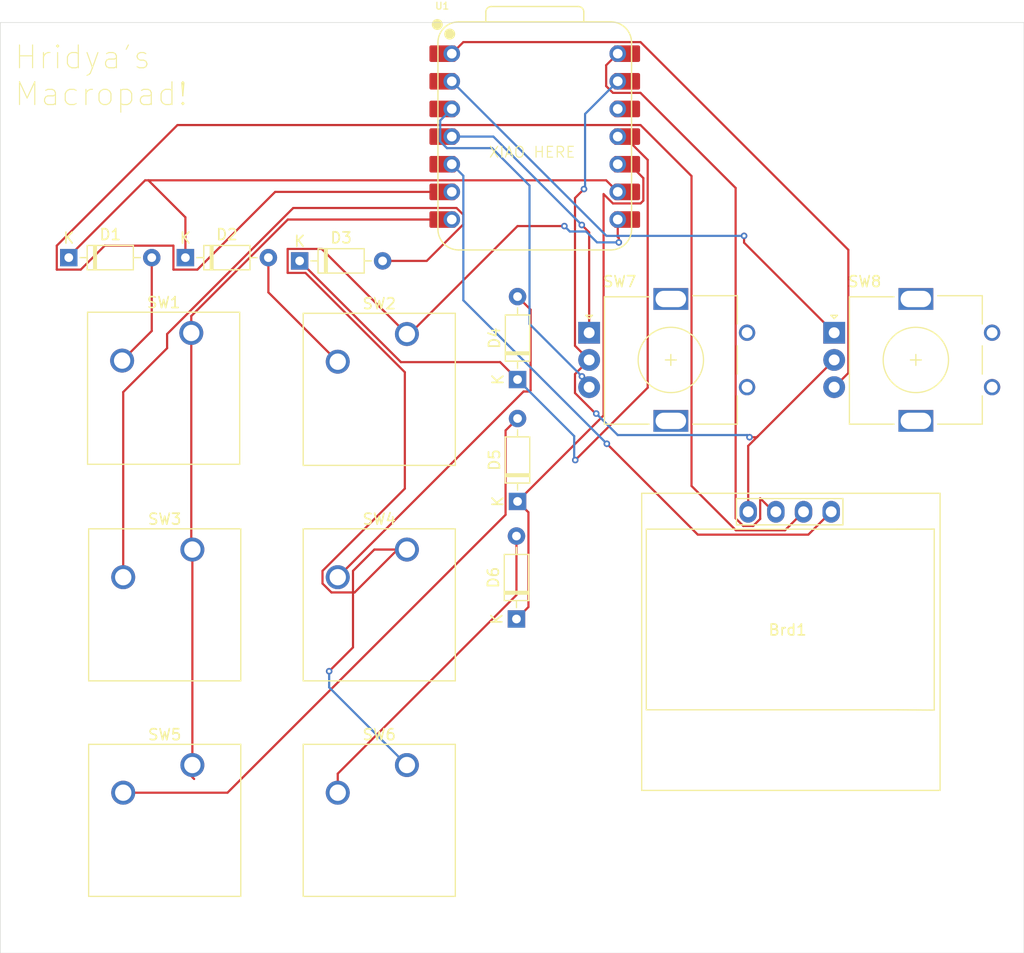
<source format=kicad_pcb>
(kicad_pcb (version 20240108) (generator "pcbnew") (generator_version "8.0")
  (layers (0 "F.Cu" signal) (31 "B.Cu" signal) (34 "B.Paste" user) (35 "F.Paste" user) (36 "B.SilkS" user "B.Silkscreen") (37 "F.SilkS" user "F.Silkscreen") (38 "B.Mask" user) (39 "F.Mask" user) (44 "Edge.Cuts" user))
  (net 0 "")
  (net 1 "GND")
  (net 2 "Net-(Brd1-SCL)")
  (net 3 "Net-(Brd1-SDA)")
  (net 4 "+5V")
  (net 5 "Net-(D1-A)")
  (net 6 "row 1")
  (net 7 "Net-(D2-A)")
  (net 8 "Net-(D3-A)")
  (net 9 "row 2")
  (net 10 "Net-(D4-A)")
  (net 11 "Net-(D5-A)")
  (net 12 "Net-(D6-A)")
  (net 13 "row 3")
  (net 14 "Net-(U1-GPIO28{slash}ADC2{slash}A2)")
  (net 15 "Net-(U1-GPIO29{slash}ADC3{slash}A3)")
  (net 16 "col 1")
  (net 17 "col 2")
  (net 18 "Net-(U1-GPIO27{slash}ADC1{slash}A1)")
  (net 19 "Net-(U1-GPIO26{slash}ADC0{slash}A0)")
  (net 20 "+3.3V")
  (footprint "macropad:SW_Cherry_MX_1.00u_PCB" (layer "F.Cu") (at 144.44 63.22)
    (property "Reference" "SW2" (at -2.54 -2.794 0) (layer "F.SilkS"))
    (property "Value" "SW_Push")
    (fp_line (start -9.525 -1.905) (end 4.445 -1.905) (stroke (width 0.12)) (layer "F.SilkS"))
    (fp_line (start -9.525 12.065) (end -9.525 -1.905) (stroke (width 0.12)) (layer "F.SilkS"))
    (fp_line (start 4.445 -1.905) (end 4.445 12.065) (stroke (width 0.12)) (layer "F.SilkS"))
    (fp_line (start 4.445 12.065) (end -9.525 12.065) (stroke (width 0.12)) (layer "F.SilkS"))
    (pad "" np_thru_hole circle (at -7.62 5.08) (size 1.7 1.7) (drill 1.7) (layers "*.Cu" "*.Mask"))
    (pad "" np_thru_hole circle (at -2.54 5.08) (size 4 4) (drill 4) (layers "*.Cu" "*.Mask"))
    (pad "" np_thru_hole circle (at 2.54 5.08) (size 1.7 1.7) (drill 1.7) (layers "*.Cu" "*.Mask"))
    (pad "1" thru_hole circle (at 0 0) (size 2.2 2.2) (drill 1.5) (layers "*.Cu" "*.Mask") (net 17 "col 2"))
    (pad "2" thru_hole circle (at -6.35 2.54) (size 2.2 2.2) (drill 1.5) (layers "*.Cu" "*.Mask") (net 7 "Net-(D2-A)"))
  )
  (footprint "macropad:SW_Cherry_MX_1.00u_PCB" (layer "F.Cu") (at 144.44 102.82)
    (property "Reference" "SW6" (at -2.54 -2.794 0) (layer "F.SilkS"))
    (property "Value" "SW_Push")
    (fp_line (start -9.525 -1.905) (end 4.445 -1.905) (stroke (width 0.12)) (layer "F.SilkS"))
    (fp_line (start -9.525 12.065) (end -9.525 -1.905) (stroke (width 0.12)) (layer "F.SilkS"))
    (fp_line (start 4.445 -1.905) (end 4.445 12.065) (stroke (width 0.12)) (layer "F.SilkS"))
    (fp_line (start 4.445 12.065) (end -9.525 12.065) (stroke (width 0.12)) (layer "F.SilkS"))
    (pad "" np_thru_hole circle (at -7.62 5.08) (size 1.7 1.7) (drill 1.7) (layers "*.Cu" "*.Mask"))
    (pad "" np_thru_hole circle (at -2.54 5.08) (size 4 4) (drill 4) (layers "*.Cu" "*.Mask"))
    (pad "" np_thru_hole circle (at 2.54 5.08) (size 1.7 1.7) (drill 1.7) (layers "*.Cu" "*.Mask"))
    (pad "1" thru_hole circle (at 0 0) (size 2.2 2.2) (drill 1.5) (layers "*.Cu" "*.Mask") (net 17 "col 2"))
    (pad "2" thru_hole circle (at -6.35 2.54) (size 2.2 2.2) (drill 1.5) (layers "*.Cu" "*.Mask") (net 12 "Net-(D6-A)"))
  )
  (footprint "macropad:D_DO-35_SOD27_P7.62mm_Horizontal" (layer "F.Cu") (at 154.6 78.6 90)
    (property "Reference" "D5" (at 3.81 -2.12 90) (layer "F.SilkS"))
    (property "Value" "D")
    (fp_line (start 5.93 -1.12) (end 1.69 -1.12) (stroke (width 0.12)) (layer "F.SilkS"))
    (fp_line (start 2.53 -1.12) (end 2.53 1.12) (stroke (width 0.12)) (layer "F.SilkS"))
    (fp_line (start 2.41 -1.12) (end 2.41 1.12) (stroke (width 0.12)) (layer "F.SilkS"))
    (fp_line (start 2.29 -1.12) (end 2.29 1.12) (stroke (width 0.12)) (layer "F.SilkS"))
    (fp_line (start 1.69 -1.12) (end 1.69 1.12) (stroke (width 0.12)) (layer "F.SilkS"))
    (fp_line (start 6.58 0) (end 5.93 0) (stroke (width 0.12)) (layer "F.SilkS"))
    (fp_line (start 1.04 0) (end 1.69 0) (stroke (width 0.12)) (layer "F.SilkS"))
    (fp_line (start 5.93 1.12) (end 5.93 -1.12) (stroke (width 0.12)) (layer "F.SilkS"))
    (fp_line (start 1.69 1.12) (end 5.93 1.12) (stroke (width 0.12)) (layer "F.SilkS"))
    (fp_text user "K" (at 0 -1.8 90) (layer "F.SilkS"))
    (pad "1" thru_hole rect (at 0 0 90) (size 1.6 1.6) (drill 0.8) (layers "*.Cu" "*.Mask") (net 13 "row 3"))
    (pad "2" thru_hole oval (at 7.62 0 90) (size 1.6 1.6) (drill 0.8) (layers "*.Cu" "*.Mask") (net 11 "Net-(D5-A)"))
  )
  (footprint "macropad:128x64OLED" (layer "F.Cu") (at 179.4 90.15)
    (property "Reference" "Brd1" (at 0 0.254 0) (layer "F.SilkS"))
    (property "Value" "SSD1306")
    (fp_line (start -13.4 -12.3) (end 14 -12.3) (stroke (width 0.12)) (layer "F.SilkS"))
    (fp_line (start -13.4 15) (end -13.4 -12.3) (stroke (width 0.12)) (layer "F.SilkS"))
    (fp_line (start -12.978 -9.005) (end 10.122 -9.005) (stroke (width 0.12)) (layer "F.SilkS"))
    (fp_line (start -12.978 7.595) (end -12.978 -9.005) (stroke (width 0.12)) (layer "F.SilkS"))
    (fp_line (start -4.699 -11.811) (end -4.699 -9.398) (stroke (width 0.12)) (layer "F.SilkS"))
    (fp_line (start -4.699 -11.811) (end 5.08 -11.811) (stroke (width 0.12)) (layer "F.SilkS"))
    (fp_line (start 5.08 -11.811) (end 5.08 -9.398) (stroke (width 0.12)) (layer "F.SilkS"))
    (fp_line (start 5.08 -9.398) (end -4.699 -9.398) (stroke (width 0.12)) (layer "F.SilkS"))
    (fp_line (start 10.122 -9.005) (end 13.208 -9.005) (stroke (width 0.12)) (layer "F.SilkS"))
    (fp_line (start 10.122 7.595) (end -12.978 7.595) (stroke (width 0.12)) (layer "F.SilkS"))
    (fp_line (start 10.122 7.595) (end 13.462 7.62) (stroke (width 0.12)) (layer "F.SilkS"))
    (fp_line (start 13.462 -9.017) (end 13.208 -9.005) (stroke (width 0.12)) (layer "F.SilkS"))
    (fp_line (start 13.462 7.62) (end 13.462 -9.017) (stroke (width 0.12)) (layer "F.SilkS"))
    (fp_line (start 14 -12.3) (end 14 15) (stroke (width 0.12)) (layer "F.SilkS"))
    (fp_line (start 14 15) (end -13.4 15) (stroke (width 0.12)) (layer "F.SilkS"))
    (pad "1" thru_hole oval (at -3.62 -10.6 90) (size 2 1.6) (drill 1) (layers "*.Cu" "*.Mask") (net 1 "GND"))
    (pad "2" thru_hole oval (at -1.08 -10.6 90) (size 2 1.6) (drill 1) (layers "*.Cu" "*.Mask") (net 4 "+5V"))
    (pad "3" thru_hole oval (at 1.46 -10.6 90) (size 2 1.6) (drill 1) (layers "*.Cu" "*.Mask") (net 2 "Net-(Brd1-SCL)"))
    (pad "4" thru_hole oval (at 4 -10.6 90) (size 2 1.6) (drill 1) (layers "*.Cu" "*.Mask") (net 3 "Net-(Brd1-SDA)"))
  )
  (footprint "macropad:SW_Cherry_MX_1.00u_PCB" (layer "F.Cu") (at 124.64 63.12)
    (property "Reference" "SW1" (at -2.54 -2.794 0) (layer "F.SilkS"))
    (property "Value" "SW_Push")
    (fp_line (start -9.525 -1.905) (end 4.445 -1.905) (stroke (width 0.12)) (layer "F.SilkS"))
    (fp_line (start -9.525 12.065) (end -9.525 -1.905) (stroke (width 0.12)) (layer "F.SilkS"))
    (fp_line (start 4.445 -1.905) (end 4.445 12.065) (stroke (width 0.12)) (layer "F.SilkS"))
    (fp_line (start 4.445 12.065) (end -9.525 12.065) (stroke (width 0.12)) (layer "F.SilkS"))
    (pad "" np_thru_hole circle (at -7.62 5.08) (size 1.7 1.7) (drill 1.7) (layers "*.Cu" "*.Mask"))
    (pad "" np_thru_hole circle (at -2.54 5.08) (size 4 4) (drill 4) (layers "*.Cu" "*.Mask"))
    (pad "" np_thru_hole circle (at 2.54 5.08) (size 1.7 1.7) (drill 1.7) (layers "*.Cu" "*.Mask"))
    (pad "1" thru_hole circle (at 0 0) (size 2.2 2.2) (drill 1.5) (layers "*.Cu" "*.Mask") (net 16 "col 1"))
    (pad "2" thru_hole circle (at -6.35 2.54) (size 2.2 2.2) (drill 1.5) (layers "*.Cu" "*.Mask") (net 5 "Net-(D1-A)"))
  )
  (footprint "macropad:RotaryEncoder_Alps_EC11E_Vertical_H20mm" (layer "F.Cu") (at 161.175 63.1)
    (property "Reference" "SW7" (at 2.8 -4.7 0) (layer "F.SilkS"))
    (property "Value" "RotaryEncoder")
    (fp_line (start -0.3 -1.6) (end 0.3 -1.6) (stroke (width 0.12)) (layer "F.SilkS"))
    (fp_line (start 0 -1.3) (end -0.3 -1.6) (stroke (width 0.12)) (layer "F.SilkS"))
    (fp_line (start 0.3 -1.6) (end 0 -1.3) (stroke (width 0.12)) (layer "F.SilkS"))
    (fp_line (start 1.4 -3.3) (end 1.4 8.4) (stroke (width 0.12)) (layer "F.SilkS"))
    (fp_line (start 5.5 -3.3) (end 1.4 -3.3) (stroke (width 0.12)) (layer "F.SilkS"))
    (fp_line (start 5.5 8.4) (end 1.4 8.4) (stroke (width 0.12)) (layer "F.SilkS"))
    (fp_line (start 7 2.5) (end 8 2.5) (stroke (width 0.12)) (layer "F.SilkS"))
    (fp_line (start 7.5 2) (end 7.5 3) (stroke (width 0.12)) (layer "F.SilkS"))
    (fp_line (start 9.5 -3.4) (end 13.6 -3.4) (stroke (width 0.12)) (layer "F.SilkS"))
    (fp_line (start 13.6 -3.4) (end 13.6 -0.8) (stroke (width 0.12)) (layer "F.SilkS"))
    (fp_line (start 13.6 1.2) (end 13.6 3.8) (stroke (width 0.12)) (layer "F.SilkS"))
    (fp_line (start 13.6 5.8) (end 13.6 8.4) (stroke (width 0.12)) (layer "F.SilkS"))
    (fp_line (start 13.6 8.4) (end 9.5 8.4) (stroke (width 0.12)) (layer "F.SilkS"))
    (fp_circle (center 7.5 2.5) (end 10.5 2.5) (stroke (width 0.12)) (fill none) (layer "F.SilkS"))
    (pad "" thru_hole circle (at 14.5 0) (size 1.5 1.5) (drill 1) (layers "*.Cu" "*.Mask"))
    (pad "" thru_hole circle (at 14.5 5) (size 1.5 1.5) (drill 1) (layers "*.Cu" "*.Mask"))
    (pad "A" thru_hole rect (at 0 0) (size 2 2) (drill 1) (layers "*.Cu" "*.Mask") (net 15 "Net-(U1-GPIO29{slash}ADC3{slash}A3)"))
    (pad "B" thru_hole circle (at 0 5) (size 2 2) (drill 1) (layers "*.Cu" "*.Mask") (net 14 "Net-(U1-GPIO28{slash}ADC2{slash}A2)"))
    (pad "C" thru_hole circle (at 0 2.5) (size 2 2) (drill 1) (layers "*.Cu" "*.Mask") (net 1 "GND"))
    (pad "MP" thru_hole rect (at 7.5 -3.1) (size 3.2 2) (drill oval 2.8 1.5) (layers "*.Cu" "*.Mask"))
    (pad "MP" thru_hole rect (at 7.5 8.1) (size 3.2 2) (drill oval 2.8 1.5) (layers "*.Cu" "*.Mask"))
  )
  (footprint "macropad:SW_Cherry_MX_1.00u_PCB" (layer "F.Cu") (at 124.74 102.82)
    (property "Reference" "SW5" (at -2.54 -2.794 0) (layer "F.SilkS"))
    (property "Value" "SW_Push")
    (fp_line (start -9.525 -1.905) (end 4.445 -1.905) (stroke (width 0.12)) (layer "F.SilkS"))
    (fp_line (start -9.525 12.065) (end -9.525 -1.905) (stroke (width 0.12)) (layer "F.SilkS"))
    (fp_line (start 4.445 -1.905) (end 4.445 12.065) (stroke (width 0.12)) (layer "F.SilkS"))
    (fp_line (start 4.445 12.065) (end -9.525 12.065) (stroke (width 0.12)) (layer "F.SilkS"))
    (pad "" np_thru_hole circle (at -7.62 5.08) (size 1.7 1.7) (drill 1.7) (layers "*.Cu" "*.Mask"))
    (pad "" np_thru_hole circle (at -2.54 5.08) (size 4 4) (drill 4) (layers "*.Cu" "*.Mask"))
    (pad "" np_thru_hole circle (at 2.54 5.08) (size 1.7 1.7) (drill 1.7) (layers "*.Cu" "*.Mask"))
    (pad "1" thru_hole circle (at 0 0) (size 2.2 2.2) (drill 1.5) (layers "*.Cu" "*.Mask") (net 16 "col 1"))
    (pad "2" thru_hole circle (at -6.35 2.54) (size 2.2 2.2) (drill 1.5) (layers "*.Cu" "*.Mask") (net 11 "Net-(D5-A)"))
  )
  (footprint "macropad:SW_Cherry_MX_1.00u_PCB" (layer "F.Cu") (at 144.44 83.02)
    (property "Reference" "SW4" (at -2.54 -2.794 0) (layer "F.SilkS"))
    (property "Value" "SW_Push")
    (fp_line (start -9.525 -1.905) (end 4.445 -1.905) (stroke (width 0.12)) (layer "F.SilkS"))
    (fp_line (start -9.525 12.065) (end -9.525 -1.905) (stroke (width 0.12)) (layer "F.SilkS"))
    (fp_line (start 4.445 -1.905) (end 4.445 12.065) (stroke (width 0.12)) (layer "F.SilkS"))
    (fp_line (start 4.445 12.065) (end -9.525 12.065) (stroke (width 0.12)) (layer "F.SilkS"))
    (pad "" np_thru_hole circle (at -7.62 5.08) (size 1.7 1.7) (drill 1.7) (layers "*.Cu" "*.Mask"))
    (pad "" np_thru_hole circle (at -2.54 5.08) (size 4 4) (drill 4) (layers "*.Cu" "*.Mask"))
    (pad "" np_thru_hole circle (at 2.54 5.08) (size 1.7 1.7) (drill 1.7) (layers "*.Cu" "*.Mask"))
    (pad "1" thru_hole circle (at 0 0) (size 2.2 2.2) (drill 1.5) (layers "*.Cu" "*.Mask") (net 17 "col 2"))
    (pad "2" thru_hole circle (at -6.35 2.54) (size 2.2 2.2) (drill 1.5) (layers "*.Cu" "*.Mask") (net 10 "Net-(D4-A)"))
  )
  (footprint "macropad:RotaryEncoder_Alps_EC11E_Vertical_H20mm" (layer "F.Cu") (at 183.675 63.1)
    (property "Reference" "SW8" (at 2.8 -4.7 0) (layer "F.SilkS"))
    (property "Value" "RotaryEncoder")
    (fp_line (start -0.3 -1.6) (end 0.3 -1.6) (stroke (width 0.12)) (layer "F.SilkS"))
    (fp_line (start 0 -1.3) (end -0.3 -1.6) (stroke (width 0.12)) (layer "F.SilkS"))
    (fp_line (start 0.3 -1.6) (end 0 -1.3) (stroke (width 0.12)) (layer "F.SilkS"))
    (fp_line (start 1.4 -3.3) (end 1.4 8.4) (stroke (width 0.12)) (layer "F.SilkS"))
    (fp_line (start 5.5 -3.3) (end 1.4 -3.3) (stroke (width 0.12)) (layer "F.SilkS"))
    (fp_line (start 5.5 8.4) (end 1.4 8.4) (stroke (width 0.12)) (layer "F.SilkS"))
    (fp_line (start 7 2.5) (end 8 2.5) (stroke (width 0.12)) (layer "F.SilkS"))
    (fp_line (start 7.5 2) (end 7.5 3) (stroke (width 0.12)) (layer "F.SilkS"))
    (fp_line (start 9.5 -3.4) (end 13.6 -3.4) (stroke (width 0.12)) (layer "F.SilkS"))
    (fp_line (start 13.6 -3.4) (end 13.6 -0.8) (stroke (width 0.12)) (layer "F.SilkS"))
    (fp_line (start 13.6 1.2) (end 13.6 3.8) (stroke (width 0.12)) (layer "F.SilkS"))
    (fp_line (start 13.6 5.8) (end 13.6 8.4) (stroke (width 0.12)) (layer "F.SilkS"))
    (fp_line (start 13.6 8.4) (end 9.5 8.4) (stroke (width 0.12)) (layer "F.SilkS"))
    (fp_circle (center 7.5 2.5) (end 10.5 2.5) (stroke (width 0.12)) (fill none) (layer "F.SilkS"))
    (pad "" thru_hole circle (at 14.5 0) (size 1.5 1.5) (drill 1) (layers "*.Cu" "*.Mask"))
    (pad "" thru_hole circle (at 14.5 5) (size 1.5 1.5) (drill 1) (layers "*.Cu" "*.Mask"))
    (pad "A" thru_hole rect (at 0 0) (size 2 2) (drill 1) (layers "*.Cu" "*.Mask") (net 18 "Net-(U1-GPIO27{slash}ADC1{slash}A1)"))
    (pad "B" thru_hole circle (at 0 5) (size 2 2) (drill 1) (layers "*.Cu" "*.Mask") (net 19 "Net-(U1-GPIO26{slash}ADC0{slash}A0)"))
    (pad "C" thru_hole circle (at 0 2.5) (size 2 2) (drill 1) (layers "*.Cu" "*.Mask") (net 1 "GND"))
    (pad "MP" thru_hole rect (at 7.5 -3.1) (size 3.2 2) (drill oval 2.8 1.5) (layers "*.Cu" "*.Mask"))
    (pad "MP" thru_hole rect (at 7.5 8.1) (size 3.2 2) (drill oval 2.8 1.5) (layers "*.Cu" "*.Mask"))
  )
  (footprint "macropad:D_DO-35_SOD27_P7.62mm_Horizontal" (layer "F.Cu") (at 154.5 89.4 90)
    (property "Reference" "D6" (at 3.81 -2.12 90) (layer "F.SilkS"))
    (property "Value" "D")
    (fp_line (start 5.93 -1.12) (end 1.69 -1.12) (stroke (width 0.12)) (layer "F.SilkS"))
    (fp_line (start 2.53 -1.12) (end 2.53 1.12) (stroke (width 0.12)) (layer "F.SilkS"))
    (fp_line (start 2.41 -1.12) (end 2.41 1.12) (stroke (width 0.12)) (layer "F.SilkS"))
    (fp_line (start 2.29 -1.12) (end 2.29 1.12) (stroke (width 0.12)) (layer "F.SilkS"))
    (fp_line (start 1.69 -1.12) (end 1.69 1.12) (stroke (width 0.12)) (layer "F.SilkS"))
    (fp_line (start 6.58 0) (end 5.93 0) (stroke (width 0.12)) (layer "F.SilkS"))
    (fp_line (start 1.04 0) (end 1.69 0) (stroke (width 0.12)) (layer "F.SilkS"))
    (fp_line (start 5.93 1.12) (end 5.93 -1.12) (stroke (width 0.12)) (layer "F.SilkS"))
    (fp_line (start 1.69 1.12) (end 5.93 1.12) (stroke (width 0.12)) (layer "F.SilkS"))
    (fp_text user "K" (at 0 -1.8 90) (layer "F.SilkS"))
    (pad "1" thru_hole rect (at 0 0 90) (size 1.6 1.6) (drill 0.8) (layers "*.Cu" "*.Mask") (net 13 "row 3"))
    (pad "2" thru_hole oval (at 7.62 0 90) (size 1.6 1.6) (drill 0.8) (layers "*.Cu" "*.Mask") (net 12 "Net-(D6-A)"))
  )
  (footprint "macropad:D_DO-35_SOD27_P7.62mm_Horizontal" (layer "F.Cu") (at 113.39 56.2)
    (property "Reference" "D1" (at 3.81 -2.12 0) (layer "F.SilkS"))
    (property "Value" "D")
    (fp_line (start 1.04 0) (end 1.69 0) (stroke (width 0.12)) (layer "F.SilkS"))
    (fp_line (start 1.69 -1.12) (end 1.69 1.12) (stroke (width 0.12)) (layer "F.SilkS"))
    (fp_line (start 1.69 1.12) (end 5.93 1.12) (stroke (width 0.12)) (layer "F.SilkS"))
    (fp_line (start 2.29 -1.12) (end 2.29 1.12) (stroke (width 0.12)) (layer "F.SilkS"))
    (fp_line (start 2.41 -1.12) (end 2.41 1.12) (stroke (width 0.12)) (layer "F.SilkS"))
    (fp_line (start 2.53 -1.12) (end 2.53 1.12) (stroke (width 0.12)) (layer "F.SilkS"))
    (fp_line (start 5.93 -1.12) (end 1.69 -1.12) (stroke (width 0.12)) (layer "F.SilkS"))
    (fp_line (start 5.93 1.12) (end 5.93 -1.12) (stroke (width 0.12)) (layer "F.SilkS"))
    (fp_line (start 6.58 0) (end 5.93 0) (stroke (width 0.12)) (layer "F.SilkS"))
    (fp_text user "K" (at 0 -1.8 0) (layer "F.SilkS"))
    (pad "1" thru_hole rect (at 0 0) (size 1.6 1.6) (drill 0.8) (layers "*.Cu" "*.Mask") (net 6 "row 1"))
    (pad "2" thru_hole oval (at 7.62 0) (size 1.6 1.6) (drill 0.8) (layers "*.Cu" "*.Mask") (net 5 "Net-(D1-A)"))
  )
  (footprint "macropad:SW_Cherry_MX_1.00u_PCB" (layer "F.Cu") (at 124.74 83.02)
    (property "Reference" "SW3" (at -2.54 -2.794 0) (layer "F.SilkS"))
    (property "Value" "SW_Push")
    (fp_line (start -9.525 -1.905) (end 4.445 -1.905) (stroke (width 0.12)) (layer "F.SilkS"))
    (fp_line (start -9.525 12.065) (end -9.525 -1.905) (stroke (width 0.12)) (layer "F.SilkS"))
    (fp_line (start 4.445 -1.905) (end 4.445 12.065) (stroke (width 0.12)) (layer "F.SilkS"))
    (fp_line (start 4.445 12.065) (end -9.525 12.065) (stroke (width 0.12)) (layer "F.SilkS"))
    (pad "" np_thru_hole circle (at -7.62 5.08) (size 1.7 1.7) (drill 1.7) (layers "*.Cu" "*.Mask"))
    (pad "" np_thru_hole circle (at -2.54 5.08) (size 4 4) (drill 4) (layers "*.Cu" "*.Mask"))
    (pad "" np_thru_hole circle (at 2.54 5.08) (size 1.7 1.7) (drill 1.7) (layers "*.Cu" "*.Mask"))
    (pad "1" thru_hole circle (at 0 0) (size 2.2 2.2) (drill 1.5) (layers "*.Cu" "*.Mask") (net 16 "col 1"))
    (pad "2" thru_hole circle (at -6.35 2.54) (size 2.2 2.2) (drill 1.5) (layers "*.Cu" "*.Mask") (net 8 "Net-(D3-A)"))
  )
  (footprint "macropad:D_DO-35_SOD27_P7.62mm_Horizontal" (layer "F.Cu") (at 124.1 56.2)
    (property "Reference" "D2" (at 3.81 -2.12 0) (layer "F.SilkS"))
    (property "Value" "D")
    (fp_line (start 1.04 0) (end 1.69 0) (stroke (width 0.12)) (layer "F.SilkS"))
    (fp_line (start 1.69 -1.12) (end 1.69 1.12) (stroke (width 0.12)) (layer "F.SilkS"))
    (fp_line (start 1.69 1.12) (end 5.93 1.12) (stroke (width 0.12)) (layer "F.SilkS"))
    (fp_line (start 2.29 -1.12) (end 2.29 1.12) (stroke (width 0.12)) (layer "F.SilkS"))
    (fp_line (start 2.41 -1.12) (end 2.41 1.12) (stroke (width 0.12)) (layer "F.SilkS"))
    (fp_line (start 2.53 -1.12) (end 2.53 1.12) (stroke (width 0.12)) (layer "F.SilkS"))
    (fp_line (start 5.93 -1.12) (end 1.69 -1.12) (stroke (width 0.12)) (layer "F.SilkS"))
    (fp_line (start 5.93 1.12) (end 5.93 -1.12) (stroke (width 0.12)) (layer "F.SilkS"))
    (fp_line (start 6.58 0) (end 5.93 0) (stroke (width 0.12)) (layer "F.SilkS"))
    (fp_text user "K" (at 0 -1.8 0) (layer "F.SilkS"))
    (pad "1" thru_hole rect (at 0 0) (size 1.6 1.6) (drill 0.8) (layers "*.Cu" "*.Mask") (net 6 "row 1"))
    (pad "2" thru_hole oval (at 7.62 0) (size 1.6 1.6) (drill 0.8) (layers "*.Cu" "*.Mask") (net 7 "Net-(D2-A)"))
  )
  (footprint "macropad:XIAO-RP2040-DIP" (layer "F.Cu") (at 156.18 45.08)
    (property "Reference" "U1" (at -8.5 -12 0) (layer "F.SilkS") (effects (font (size 0.635 0.635) (thickness 0.1016))))
    (property "Value" "XIAO-RP2040-DIP")
    (fp_line (start -8.89 8.509) (end -8.89 -8.636) (stroke (width 0.127)) (layer "F.SilkS"))
    (fp_line (start -6.985 10.414) (end 6.985 10.414) (stroke (width 0.127)) (layer "F.SilkS"))
    (fp_line (start -4.495 -10.541) (end -4.491272 -11.451272) (stroke (width 0.127)) (layer "F.SilkS"))
    (fp_line (start -3.991272 -11.951) (end 4.004 -11.951) (stroke (width 0.127)) (layer "F.SilkS"))
    (fp_line (start 4.504 -11.451) (end 4.504 -10.541) (stroke (width 0.127)) (layer "F.SilkS"))
    (fp_line (start 6.985 -10.541) (end -6.985 -10.541) (stroke (width 0.1)) (layer "F.SilkS"))
    (fp_line (start 6.985 -10.541) (end -6.985 -10.541) (stroke (width 0.127)) (layer "F.SilkS"))
    (fp_line (start 8.89 8.509) (end 8.89 -8.636) (stroke (width 0.127)) (layer "F.SilkS"))
    (fp_arc (start -8.89 -8.636) (mid -8.332038 -9.983038) (end -6.985 -10.541) (stroke (width 0.127)) (layer "F.SilkS"))
    (fp_arc (start -6.985 10.414) (mid -8.332038 9.856038) (end -8.89 8.509) (stroke (width 0.127)) (layer "F.SilkS"))
    (fp_arc (start -4.491272 -11.451272) (mid -4.344724 -11.804644) (end -3.991272 -11.951) (stroke (width 0.127)) (layer "F.SilkS"))
    (fp_arc (start 4.004 -11.951) (mid 4.357553 -11.804553) (end 4.504 -11.451) (stroke (width 0.127)) (layer "F.SilkS"))
    (fp_arc (start 6.985 -10.541) (mid 8.332038 -9.983038) (end 8.89 -8.636) (stroke (width 0.127)) (layer "F.SilkS"))
    (fp_arc (start 8.89 8.509) (mid 8.332038 9.856038) (end 6.985 10.414) (stroke (width 0.127)) (layer "F.SilkS"))
    (fp_circle (center -8.95 -10.3) (end -8.95 -10.554) (stroke (width 0.5)) (fill solid) (layer "F.SilkS"))
    (fp_circle (center -7.807 -9.42) (end -7.807 -9.674) (stroke (width 0.5)) (fill solid) (layer "F.SilkS"))
    (pad "1" smd roundrect (at -8.455 -7.62 180) (size 2.432 1.524) (layers "F.Cu" "F.Mask") (roundrect_rratio 0.1) (net 19 "Net-(U1-GPIO26{slash}ADC0{slash}A0)"))
    (pad "1" thru_hole circle (at -7.62 -7.62 180) (size 1.524 1.524) (drill 0.889) (layers "*.Cu" "*.Mask") (net 19 "Net-(U1-GPIO26{slash}ADC0{slash}A0)"))
    (pad "2" smd roundrect (at -8.455 -5.08 180) (size 2.432 1.524) (layers "F.Cu" "F.Mask") (roundrect_rratio 0.1) (net 18 "Net-(U1-GPIO27{slash}ADC1{slash}A1)"))
    (pad "2" thru_hole circle (at -7.62 -5.08 180) (size 1.524 1.524) (drill 0.889) (layers "*.Cu" "*.Mask") (net 18 "Net-(U1-GPIO27{slash}ADC1{slash}A1)"))
    (pad "3" smd roundrect (at -8.455 -2.54 180) (size 2.432 1.524) (layers "F.Cu" "F.Mask") (roundrect_rratio 0.1) (net 14 "Net-(U1-GPIO28{slash}ADC2{slash}A2)"))
    (pad "3" thru_hole circle (at -7.62 -2.54 180) (size 1.524 1.524) (drill 0.889) (layers "*.Cu" "*.Mask") (net 14 "Net-(U1-GPIO28{slash}ADC2{slash}A2)"))
    (pad "4" smd roundrect (at -8.455 0 180) (size 2.432 1.524) (layers "F.Cu" "F.Mask") (roundrect_rratio 0.1) (net 15 "Net-(U1-GPIO29{slash}ADC3{slash}A3)"))
    (pad "4" thru_hole circle (at -7.62 0 180) (size 1.524 1.524) (drill 0.889) (layers "*.Cu" "*.Mask") (net 15 "Net-(U1-GPIO29{slash}ADC3{slash}A3)"))
    (pad "5" smd roundrect (at -8.455 2.54 180) (size 2.432 1.524) (layers "F.Cu" "F.Mask") (roundrect_rratio 0.1) (net 3 "Net-(Brd1-SDA)"))
    (pad "5" thru_hole circle (at -7.62 2.54 180) (size 1.524 1.524) (drill 0.889) (layers "*.Cu" "*.Mask") (net 3 "Net-(Brd1-SDA)"))
    (pad "6" smd roundrect (at -8.455 5.08 180) (size 2.432 1.524) (layers "F.Cu" "F.Mask") (roundrect_rratio 0.1) (net 2 "Net-(Brd1-SCL)"))
    (pad "6" thru_hole circle (at -7.62 5.08 180) (size 1.524 1.524) (drill 0.889) (layers "*.Cu" "*.Mask") (net 2 "Net-(Brd1-SCL)"))
    (pad "7" smd roundrect (at -8.455 7.62 180) (size 2.432 1.524) (layers "F.Cu" "F.Mask") (roundrect_rratio 0.1) (net 16 "col 1"))
    (pad "7" thru_hole circle (at -7.62 7.62 180) (size 1.524 1.524) (drill 0.889) (layers "*.Cu" "*.Mask") (net 16 "col 1"))
    (pad "8" thru_hole circle (at 7.62 7.62) (size 1.524 1.524) (drill 0.889) (layers "*.Cu" "*.Mask") (net 17 "col 2"))
    (pad "8" smd roundrect (at 8.455 7.62) (size 2.432 1.524) (layers "F.Cu" "F.Mask") (roundrect_rratio 0.1) (net 17 "col 2"))
    (pad "9" thru_hole circle (at 7.62 5.08) (size 1.524 1.524) (drill 0.889) (layers "*.Cu" "*.Mask") (net 6 "row 1"))
    (pad "9" smd roundrect (at 8.455 5.08) (size 2.432 1.524) (layers "F.Cu" "F.Mask") (roundrect_rratio 0.1) (net 6 "row 1"))
    (pad "10" thru_hole circle (at 7.62 2.54) (size 1.524 1.524) (drill 0.889) (layers "*.Cu" "*.Mask") (net 13 "row 3"))
    (pad "10" smd roundrect (at 8.455 2.54) (size 2.432 1.524) (layers "F.Cu" "F.Mask") (roundrect_rratio 0.1) (net 13 "row 3"))
    (pad "11" thru_hole circle (at 7.62 0) (size 1.524 1.524) (drill 0.889) (layers "*.Cu" "*.Mask") (net 9 "row 2"))
    (pad "11" smd roundrect (at 8.455 0) (size 2.432 1.524) (layers "F.Cu" "F.Mask") (roundrect_rratio 0.1) (net 9 "row 2"))
    (pad "12" thru_hole circle (at 7.62 -2.54) (size 1.524 1.524) (drill 0.889) (layers "*.Cu" "*.Mask") (net 20 "+3.3V"))
    (pad "12" smd roundrect (at 8.455 -2.54) (size 2.432 1.524) (layers "F.Cu" "F.Mask") (roundrect_rratio 0.1) (net 20 "+3.3V"))
    (pad "13" thru_hole circle (at 7.62 -5.08) (size 1.524 1.524) (drill 0.889) (layers "*.Cu" "*.Mask") (net 1 "GND"))
    (pad "13" smd roundrect (at 8.455 -5.08) (size 2.432 1.524) (layers "F.Cu" "F.Mask") (roundrect_rratio 0.1) (net 1 "GND"))
    (pad "14" thru_hole circle (at 7.62 -7.62) (size 1.524 1.524) (drill 0.889) (layers "*.Cu" "*.Mask") (net 4 "+5V"))
    (pad "14" smd roundrect (at 8.455 -7.62) (size 2.432 1.524) (layers "F.Cu" "F.Mask") (roundrect_rratio 0.1) (net 4 "+5V"))
  )
  (footprint "macropad:D_DO-35_SOD27_P7.62mm_Horizontal" (layer "F.Cu") (at 154.6 67.4 90)
    (property "Reference" "D4" (at 3.81 -2.12 90) (layer "F.SilkS"))
    (property "Value" "D")
    (fp_line (start 5.93 -1.12) (end 1.69 -1.12) (stroke (width 0.12)) (layer "F.SilkS"))
    (fp_line (start 2.53 -1.12) (end 2.53 1.12) (stroke (width 0.12)) (layer "F.SilkS"))
    (fp_line (start 2.41 -1.12) (end 2.41 1.12) (stroke (width 0.12)) (layer "F.SilkS"))
    (fp_line (start 2.29 -1.12) (end 2.29 1.12) (stroke (width 0.12)) (layer "F.SilkS"))
    (fp_line (start 1.69 -1.12) (end 1.69 1.12) (stroke (width 0.12)) (layer "F.SilkS"))
    (fp_line (start 6.58 0) (end 5.93 0) (stroke (width 0.12)) (layer "F.SilkS"))
    (fp_line (start 1.04 0) (end 1.69 0) (stroke (width 0.12)) (layer "F.SilkS"))
    (fp_line (start 5.93 1.12) (end 5.93 -1.12) (stroke (width 0.12)) (layer "F.SilkS"))
    (fp_line (start 1.69 1.12) (end 5.93 1.12) (stroke (width 0.12)) (layer "F.SilkS"))
    (fp_text user "K" (at 0 -1.8 90) (layer "F.SilkS"))
    (pad "1" thru_hole rect (at 0 0 90) (size 1.6 1.6) (drill 0.8) (layers "*.Cu" "*.Mask") (net 9 "row 2"))
    (pad "2" thru_hole oval (at 7.62 0 90) (size 1.6 1.6) (drill 0.8) (layers "*.Cu" "*.Mask") (net 10 "Net-(D4-A)"))
  )
  (footprint "macropad:D_DO-35_SOD27_P7.62mm_Horizontal" (layer "F.Cu") (at 134.59 56.5)
    (property "Reference" "D3" (at 3.81 -2.12 0) (layer "F.SilkS"))
    (property "Value" "D")
    (fp_line (start 1.04 0) (end 1.69 0) (stroke (width 0.12)) (layer "F.SilkS"))
    (fp_line (start 1.69 -1.12) (end 1.69 1.12) (stroke (width 0.12)) (layer "F.SilkS"))
    (fp_line (start 1.69 1.12) (end 5.93 1.12) (stroke (width 0.12)) (layer "F.SilkS"))
    (fp_line (start 2.29 -1.12) (end 2.29 1.12) (stroke (width 0.12)) (layer "F.SilkS"))
    (fp_line (start 2.41 -1.12) (end 2.41 1.12) (stroke (width 0.12)) (layer "F.SilkS"))
    (fp_line (start 2.53 -1.12) (end 2.53 1.12) (stroke (width 0.12)) (layer "F.SilkS"))
    (fp_line (start 5.93 -1.12) (end 1.69 -1.12) (stroke (width 0.12)) (layer "F.SilkS"))
    (fp_line (start 5.93 1.12) (end 5.93 -1.12) (stroke (width 0.12)) (layer "F.SilkS"))
    (fp_line (start 6.58 0) (end 5.93 0) (stroke (width 0.12)) (layer "F.SilkS"))
    (fp_text user "K" (at 0 -1.8 0) (layer "F.SilkS"))
    (pad "1" thru_hole rect (at 0 0) (size 1.6 1.6) (drill 0.8) (layers "*.Cu" "*.Mask") (net 9 "row 2"))
    (pad "2" thru_hole oval (at 7.62 0) (size 1.6 1.6) (drill 0.8) (layers "*.Cu" "*.Mask") (net 8 "Net-(D3-A)"))
  )
  (gr_rect (start 107.1 34.6) (end 201.1 120.1) (stroke (width 0.05)) (fill none) (layer "Edge.Cuts"))
  (gr_text "Hridya's \nMacropad!" (at 108.3 42.4 0) (layer "F.SilkS") (effects (font (size 2.1 2.1) (thickness 0.1)) (justify left bottom)))
  (gr_text "XIAO HERE" (at 151.9 47.1 0) (layer "F.SilkS") (effects (font (size 1 1) (thickness 0.1)) (justify left bottom)))
  (segment (start 159.875 66.9) (end 159.875 68.638478) (width 0.2) (layer "F.Cu") (net 1))
  (segment (start 159.875 64.3) (end 159.875 50.725) (width 0.2) (layer "F.Cu") (net 1))
  (segment (start 161.175 65.6) (end 159.875 64.3) (width 0.2) (layer "F.Cu") (net 1))
  (segment (start 175.78 79.55) (end 175.78 73.495) (width 0.2) (layer "F.Cu") (net 1))
  (segment (start 159.875 68.638478) (end 161.762257 70.525735) (width 0.2) (layer "F.Cu") (net 1))
  (segment (start 176.575 72.7) (end 176.6875 72.5875) (width 0.2) (layer "F.Cu") (net 1))
  (segment (start 161.762257 70.525735) (end 161.825735 70.525735) (width 0.2) (layer "F.Cu") (net 1))
  (segment (start 159.875 50.725) (end 160.7 49.9) (width 0.2) (layer "F.Cu") (net 1))
  (segment (start 175.78 73.495) (end 176.6875 72.5875) (width 0.2) (layer "F.Cu") (net 1))
  (segment (start 176.6875 72.5875) (end 183.675 65.6) (width 0.2) (layer "F.Cu") (net 1))
  (segment (start 175.9 72.7) (end 176.575 72.7) (width 0.2) (layer "F.Cu") (net 1))
  (segment (start 161.175 65.6) (end 159.875 66.9) (width 0.2) (layer "F.Cu") (net 1))
  (via (at 161.825735 70.525735) (size 0.6) (drill 0.3) (layers "F.Cu" "B.Cu") (net 1))
  (via (at 175.9 72.7) (size 0.6) (drill 0.3) (layers "F.Cu" "B.Cu") (net 1))
  (via (at 160.7 49.9) (size 0.6) (drill 0.3) (layers "F.Cu" "B.Cu") (net 1))
  (segment (start 160.7 49.9) (end 160.8 49.8) (width 0.2) (layer "B.Cu") (net 1))
  (segment (start 160.8 49.8) (end 160.8 43) (width 0.2) (layer "B.Cu") (net 1))
  (segment (start 161.825735 70.525735) (end 163.8 72.5) (width 0.2) (layer "B.Cu") (net 1))
  (segment (start 160.8 43) (end 163.8 40) (width 0.2) (layer "B.Cu") (net 1))
  (segment (start 175.7 72.5) (end 175.9 72.7) (width 0.2) (layer "B.Cu") (net 1))
  (segment (start 163.8 72.5) (end 175.7 72.5) (width 0.2) (layer "B.Cu") (net 1))
  (segment (start 123 55.1) (end 123 57.3) (width 0.2) (layer "F.Cu") (net 2))
  (segment (start 123 57.3) (end 125.2 57.3) (width 0.2) (layer "F.Cu") (net 2))
  (segment (start 170.575 48.702786) (end 165.890214 44.018) (width 0.2) (layer "F.Cu") (net 2))
  (segment (start 174.65 81.25) (end 170.575 77.175) (width 0.2) (layer "F.Cu") (net 2))
  (segment (start 132.34 50.16) (end 148.56 50.16) (width 0.2) (layer "F.Cu") (net 2))
  (segment (start 180.86 79.55) (end 179.16 81.25) (width 0.2) (layer "F.Cu") (net 2))
  (segment (start 165.890214 44.018) (end 123.372 44.018) (width 0.2) (layer "F.Cu") (net 2))
  (segment (start 112.29 55.1) (end 112.29 57.3) (width 0.2) (layer "F.Cu") (net 2))
  (segment (start 123.372 44.018) (end 112.29 55.1) (width 0.2) (layer "F.Cu") (net 2))
  (segment (start 112.29 57.3) (end 114.49 57.3) (width 0.2) (layer "F.Cu") (net 2))
  (segment (start 114.49 57.3) (end 116.69 55.1) (width 0.2) (layer "F.Cu") (net 2))
  (segment (start 116.69 55.1) (end 123 55.1) (width 0.2) (layer "F.Cu") (net 2))
  (segment (start 179.16 81.25) (end 174.65 81.25) (width 0.2) (layer "F.Cu") (net 2))
  (segment (start 125.2 57.3) (end 132.34 50.16) (width 0.2) (layer "F.Cu") (net 2))
  (segment (start 170.575 77.175) (end 170.575 48.702786) (width 0.2) (layer "F.Cu") (net 2))
  (segment (start 181.3 81.65) (end 171.15 81.65) (width 0.2) (layer "F.Cu") (net 3))
  (segment (start 171.15 81.65) (end 162.8 73.3) (width 0.2) (layer "F.Cu") (net 3))
  (segment (start 183.4 79.55) (end 181.3 81.65) (width 0.2) (layer "F.Cu") (net 3))
  (via (at 162.8 73.3) (size 0.6) (drill 0.3) (layers "F.Cu" "B.Cu") (net 3))
  (segment (start 149.622 60.122) (end 149.622 48.682) (width 0.2) (layer "B.Cu") (net 3))
  (segment (start 149.622 48.682) (end 148.56 47.62) (width 0.2) (layer "B.Cu") (net 3))
  (segment (start 162.8 73.3) (end 149.622 60.122) (width 0.2) (layer "B.Cu") (net 3))
  (segment (start 176.88 78.31) (end 176.88 80.205635) (width 0.2) (layer "F.Cu") (net 4))
  (segment (start 178.32 79.55) (end 178.12 79.55) (width 0.2) (layer "F.Cu") (net 4))
  (segment (start 178.12 79.55) (end 176.88 78.31) (width 0.2) (layer "F.Cu") (net 4))
  (segment (start 174.625 80.150635) (end 174.625 49.796786) (width 0.2) (layer "F.Cu") (net 4))
  (segment (start 162.738 40.439895) (end 162.738 38.522) (width 0.2) (layer "F.Cu") (net 4))
  (segment (start 176.88 80.205635) (end 176.235635 80.85) (width 0.2) (layer "F.Cu") (net 4))
  (segment (start 165.890214 41.062) (end 163.360105 41.062) (width 0.2) (layer "F.Cu") (net 4))
  (segment (start 162.738 38.522) (end 163.8 37.46) (width 0.2) (layer "F.Cu") (net 4))
  (segment (start 176.235635 80.85) (end 175.324365 80.85) (width 0.2) (layer "F.Cu") (net 4))
  (segment (start 174.625 49.796786) (end 165.890214 41.062) (width 0.2) (layer "F.Cu") (net 4))
  (segment (start 163.360105 41.062) (end 162.738 40.439895) (width 0.2) (layer "F.Cu") (net 4))
  (segment (start 175.324365 80.85) (end 174.625 80.150635) (width 0.2) (layer "F.Cu") (net 4))
  (segment (start 121.01 62.94) (end 118.29 65.66) (width 0.2) (layer "F.Cu") (net 5))
  (segment (start 121.01 56.2) (end 121.01 62.94) (width 0.2) (layer "F.Cu") (net 5))
  (segment (start 124.1 56.2) (end 124.1 52.498) (width 0.2) (layer "F.Cu") (net 6))
  (segment (start 113.39 56.11) (end 120.402 49.098) (width 0.2) (layer "F.Cu") (net 6))
  (segment (start 162.738 49.098) (end 163.8 50.16) (width 0.2) (layer "F.Cu") (net 6))
  (segment (start 120.7 49.098) (end 162.738 49.098) (width 0.2) (layer "F.Cu") (net 6))
  (segment (start 120.402 49.098) (end 120.7 49.098) (width 0.2) (layer "F.Cu") (net 6))
  (segment (start 124.1 52.498) (end 120.7 49.098) (width 0.2) (layer "F.Cu") (net 6))
  (segment (start 113.39 56.2) (end 113.39 56.11) (width 0.2) (layer "F.Cu") (net 6))
  (segment (start 131.72 59.39) (end 138.09 65.76) (width 0.2) (layer "F.Cu") (net 7))
  (segment (start 131.72 56.2) (end 131.72 59.39) (width 0.2) (layer "F.Cu") (net 7))
  (segment (start 122.419899 64.52) (end 122.419899 63.218781) (width 0.2) (layer "F.Cu") (net 8))
  (segment (start 146.261895 56.5) (end 142.21 56.5) (width 0.2) (layer "F.Cu") (net 8))
  (segment (start 118.39 68.549899) (end 122.419899 64.52) (width 0.2) (layer "F.Cu") (net 8))
  (segment (start 134.00068 51.638) (end 148.999895 51.638) (width 0.2) (layer "F.Cu") (net 8))
  (segment (start 122.419899 63.218781) (end 134.00068 51.638) (width 0.2) (layer "F.Cu") (net 8))
  (segment (start 148.999895 51.638) (end 149.622 52.260105) (width 0.2) (layer "F.Cu") (net 8))
  (segment (start 149.622 53.139895) (end 146.261895 56.5) (width 0.2) (layer "F.Cu") (net 8))
  (segment (start 149.622 52.260105) (end 149.622 53.139895) (width 0.2) (layer "F.Cu") (net 8))
  (segment (start 118.39 85.56) (end 118.39 68.549899) (width 0.2) (layer "F.Cu") (net 8))
  (segment (start 153 65.8) (end 154.6 67.4) (width 0.2) (layer "F.Cu") (net 9))
  (segment (start 166.551 47.218786) (end 166.551 68.149) (width 0.2) (layer "F.Cu") (net 9))
  (segment (start 166.551 68.149) (end 159.9 74.8) (width 0.2) (layer "F.Cu") (net 9))
  (segment (start 164.412214 45.08) (end 166.551 47.218786) (width 0.2) (layer "F.Cu") (net 9))
  (segment (start 163.8 45.08) (end 164.412214 45.08) (width 0.2) (layer "F.Cu") (net 9))
  (segment (start 143.89 65.8) (end 153 65.8) (width 0.2) (layer "F.Cu") (net 9))
  (segment (start 134.59 56.5) (end 143.89 65.8) (width 0.2) (layer "F.Cu") (net 9))
  (via (at 159.9 74.8) (size 0.6) (drill 0.3) (layers "F.Cu" "B.Cu") (net 9))
  (segment (start 159.8 74.7) (end 159.8 72.6) (width 0.2) (layer "B.Cu") (net 9))
  (segment (start 159.8 72.6) (end 154.6 67.4) (width 0.2) (layer "B.Cu") (net 9))
  (segment (start 159.9 74.8) (end 159.8 74.7) (width 0.2) (layer "B.Cu") (net 9))
  (segment (start 155.15 68.5) (end 155.7 68.5) (width 0.2) (layer "F.Cu") (net 10))
  (segment (start 155.8 68.4) (end 155.8 60.98) (width 0.2) (layer "F.Cu") (net 10))
  (segment (start 155.8 60.98) (end 154.6 59.78) (width 0.2) (layer "F.Cu") (net 10))
  (segment (start 155.7 68.5) (end 155.8 68.4) (width 0.2) (layer "F.Cu") (net 10))
  (segment (start 138.09 85.56) (end 155.15 68.5) (width 0.2) (layer "F.Cu") (net 10))
  (segment (start 153.5 72.08) (end 154.6 70.98) (width 0.2) (layer "F.Cu") (net 11))
  (segment (start 127.963402 105.36) (end 153.5 79.823402) (width 0.2) (layer "F.Cu") (net 11))
  (segment (start 118.39 105.36) (end 127.963402 105.36) (width 0.2) (layer "F.Cu") (net 11))
  (segment (start 153.5 79.823402) (end 153.5 72.08) (width 0.2) (layer "F.Cu") (net 11))
  (segment (start 138.09 105.36) (end 138.09 103.61) (width 0.2) (layer "F.Cu") (net 12))
  (segment (start 154.5 87.2) (end 154.5 81.78) (width 0.2) (layer "F.Cu") (net 12))
  (segment (start 138.09 103.61) (end 154.5 87.2) (width 0.2) (layer "F.Cu") (net 12))
  (segment (start 154.6 78.6) (end 162.5 70.7) (width 0.2) (layer "F.Cu") (net 13))
  (segment (start 165.890214 51.222) (end 166.151 50.961214) (width 0.2) (layer "F.Cu") (net 13))
  (segment (start 162.5 50.361895) (end 163.360105 51.222) (width 0.2) (layer "F.Cu") (net 13))
  (segment (start 164.87763 47.62) (end 163.8 47.62) (width 0.2) (layer "F.Cu") (net 13))
  (segment (start 166.151 48.89337) (end 164.87763 47.62) (width 0.2) (layer "F.Cu") (net 13))
  (segment (start 163.360105 51.222) (end 165.890214 51.222) (width 0.2) (layer "F.Cu") (net 13))
  (segment (start 162.5 70.7) (end 162.5 50.361895) (width 0.2) (layer "F.Cu") (net 13))
  (segment (start 155.6 88.3) (end 155.6 79.6) (width 0.2) (layer "F.Cu") (net 13))
  (segment (start 166.151 50.961214) (end 166.151 48.89337) (width 0.2) (layer "F.Cu") (net 13))
  (segment (start 154.5 89.4) (end 155.6 88.3) (width 0.2) (layer "F.Cu") (net 13))
  (segment (start 155.6 79.6) (end 154.6 78.6) (width 0.2) (layer "F.Cu") (net 13))
  (segment (start 161.175 68.1) (end 161.175 67.775) (width 0.2) (layer "F.Cu") (net 14))
  (segment (start 161.175 67.775) (end 160.511765 67.111765) (width 0.2) (layer "F.Cu") (net 14))
  (via (at 160.511765 67.111765) (size 0.6) (drill 0.3) (layers "F.Cu" "B.Cu") (net 14))
  (segment (start 152.262 46.142) (end 148.120105 46.142) (width 0.2) (layer "B.Cu") (net 14))
  (segment (start 147.498 43.602) (end 148.56 42.54) (width 0.2) (layer "B.Cu") (net 14))
  (segment (start 147.498 45.519895) (end 147.498 43.602) (width 0.2) (layer "B.Cu") (net 14))
  (segment (start 148.120105 46.142) (end 147.498 45.519895) (width 0.2) (layer "B.Cu") (net 14))
  (segment (start 155.7 62.3) (end 155.7 49.58) (width 0.2) (layer "B.Cu") (net 14))
  (segment (start 160.511765 67.111765) (end 155.7 62.3) (width 0.2) (layer "B.Cu") (net 14))
  (segment (start 155.7 49.58) (end 152.262 46.142) (width 0.2) (layer "B.Cu") (net 14))
  (segment (start 161.175 53.875) (end 160.5 53.2) (width 0.2) (layer "F.Cu") (net 15))
  (segment (start 161.175 63.1) (end 161.175 53.875) (width 0.2) (layer "F.Cu") (net 15))
  (via (at 160.5 53.2) (size 0.6) (drill 0.3) (layers "F.Cu" "B.Cu") (net 15))
  (segment (start 152.38 45.08) (end 148.56 45.08) (width 0.2) (layer "B.Cu") (net 15))
  (segment (start 160.5 53.2) (end 152.38 45.08) (width 0.2) (layer "B.Cu") (net 15))
  (segment (start 124.74 83.02) (end 124.74 103.94) (width 0.2) (layer "F.Cu") (net 16))
  (segment (start 124.64 63.12) (end 124.64 61.564366) (width 0.2) (layer "F.Cu") (net 16))
  (segment (start 124.64 61.564366) (end 133.504366 52.7) (width 0.2) (layer "F.Cu") (net 16))
  (segment (start 124.64 63.12) (end 124.64 82.92) (width 0.2) (layer "F.Cu") (net 16))
  (segment (start 124.64 82.92) (end 124.74 83.02) (width 0.2) (layer "F.Cu") (net 16))
  (segment (start 124.74 103.94) (end 124.9 104.1) (width 0.2) (layer "F.Cu") (net 16))
  (segment (start 133.504366 52.7) (end 148.56 52.7) (width 0.2) (layer "F.Cu") (net 16))
  (segment (start 163.8 54.3) (end 163.8 52.7) (width 0.2) (layer "F.Cu") (net 17))
  (segment (start 144.25 66.725685) (end 144.25 77.420101) (width 0.2) (layer "F.Cu") (net 17))
  (segment (start 141.450101 83.02) (end 139.49 84.980101) (width 0.2) (layer "F.Cu") (net 17))
  (segment (start 139.64 86.96) (end 143.58 83.02) (width 0.2) (layer "F.Cu") (net 17))
  (segment (start 163.9 54.4) (end 163.8 54.3) (width 0.2) (layer "F.Cu") (net 17))
  (segment (start 136.62 55.4) (end 133.49 55.4) (width 0.2) (layer "F.Cu") (net 17))
  (segment (start 144.25 77.420101) (end 136.69 84.980101) (width 0.2) (layer "F.Cu") (net 17))
  (segment (start 136.69 86.139899) (end 137.510101 86.96) (width 0.2) (layer "F.Cu") (net 17))
  (segment (start 143.58 83.02) (end 144.44 83.02) (width 0.2) (layer "F.Cu") (net 17))
  (segment (start 144.44 63.22) (end 136.62 55.4) (width 0.2) (layer "F.Cu") (net 17))
  (segment (start 133.49 55.4) (end 133.49 57.6) (width 0.2) (layer "F.Cu") (net 17))
  (segment (start 144.44 63.22) (end 144.52 63.22) (width 0.2) (layer "F.Cu") (net 17))
  (segment (start 139.49 84.980101) (end 139.49 92.01) (width 0.2) (layer "F.Cu") (net 17))
  (segment (start 139.49 92.01) (end 137.3 94.2) (width 0.2) (layer "F.Cu") (net 17))
  (segment (start 154.6 53.3) (end 158.9 53.3) (width 0.2) (layer "F.Cu") (net 17))
  (segment (start 136.69 84.980101) (end 136.69 86.139899) (width 0.2) (layer "F.Cu") (net 17))
  (segment (start 144.44 83.02) (end 141.450101 83.02) (width 0.2) (layer "F.Cu") (net 17))
  (segment (start 144.6 63.3) (end 154.6 53.3) (width 0.2) (layer "F.Cu") (net 17))
  (segment (start 137.510101 86.96) (end 139.64 86.96) (width 0.2) (layer "F.Cu") (net 17))
  (segment (start 133.49 57.6) (end 135.124315 57.6) (width 0.2) (layer "F.Cu") (net 17))
  (segment (start 163.9 54.8) (end 163.9 54.4) (width 0.2) (layer "F.Cu") (net 17))
  (segment (start 144.52 63.22) (end 144.6 63.3) (width 0.2) (layer "F.Cu") (net 17))
  (segment (start 135.124315 57.6) (end 144.25 66.725685) (width 0.2) (layer "F.Cu") (net 17))
  (via (at 158.9 53.3) (size 0.6) (drill 0.3) (layers "F.Cu" "B.Cu") (net 17))
  (via (at 137.3 94.2) (size 0.6) (drill 0.3) (layers "F.Cu" "B.Cu") (net 17))
  (via (at 163.9 54.8) (size 0.6) (drill 0.3) (layers "F.Cu" "B.Cu") (net 17))
  (segment (start 137.3 95.68) (end 144.44 102.82) (width 0.2) (layer "B.Cu") (net 17))
  (segment (start 160.9 53.8) (end 161.9 54.8) (width 0.2) (layer "B.Cu") (net 17))
  (segment (start 158.9 53.3) (end 159.4 53.8) (width 0.2) (layer "B.Cu") (net 17))
  (segment (start 161.9 54.8) (end 163.9 54.8) (width 0.2) (layer "B.Cu") (net 17))
  (segment (start 159.4 53.8) (end 160.9 53.8) (width 0.2) (layer "B.Cu") (net 17))
  (segment (start 137.3 94.2) (end 137.3 95.68) (width 0.2) (layer "B.Cu") (net 17))
  (segment (start 175.4 54.825) (end 175.4 54.2) (width 0.2) (layer "F.Cu") (net 18))
  (segment (start 183.675 63.1) (end 175.4 54.825) (width 0.2) (layer "F.Cu") (net 18))
  (via (at 175.4 54.2) (size 0.6) (drill 0.3) (layers "F.Cu" "B.Cu") (net 18))
  (segment (start 162.76 54.2) (end 148.56 40) (width 0.2) (layer "B.Cu") (net 18))
  (segment (start 175.4 54.2) (end 162.76 54.2) (width 0.2) (layer "B.Cu") (net 18))
  (segment (start 184.975 55.482786) (end 165.890214 36.398) (width 0.2) (layer "F.Cu") (net 19))
  (segment (start 183.675 68.1) (end 184.975 66.8) (width 0.2) (layer "F.Cu") (net 19))
  (segment (start 165.890214 36.398) (end 149.622 36.398) (width 0.2) (layer "F.Cu") (net 19))
  (segment (start 184.975 66.8) (end 184.975 55.482786) (width 0.2) (layer "F.Cu") (net 19))
  (segment (start 149.622 36.398) (end 148.56 37.46) (width 0.2) (layer "F.Cu") (net 19))
)
</source>
